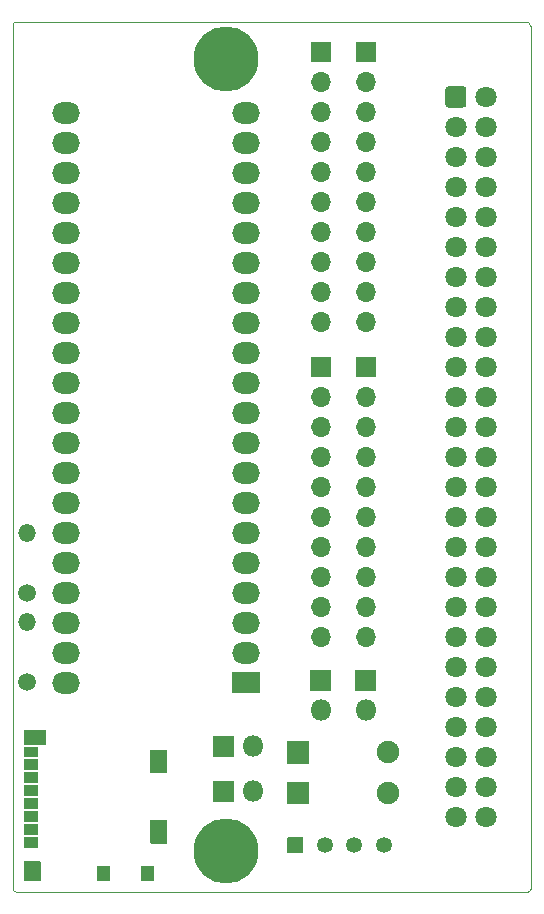
<source format=gts>
%TF.GenerationSoftware,KiCad,Pcbnew,(5.1.10-1-10_14)*%
%TF.CreationDate,2021-10-09T12:14:23-05:00*%
%TF.ProjectId,bluepill_scsi,626c7565-7069-46c6-9c5f-736373692e6b,rev?*%
%TF.SameCoordinates,Original*%
%TF.FileFunction,Soldermask,Top*%
%TF.FilePolarity,Negative*%
%FSLAX46Y46*%
G04 Gerber Fmt 4.6, Leading zero omitted, Abs format (unit mm)*
G04 Created by KiCad (PCBNEW (5.1.10-1-10_14)) date 2021-10-09 12:14:23*
%MOMM*%
%LPD*%
G01*
G04 APERTURE LIST*
%TA.AperFunction,Profile*%
%ADD10C,0.050000*%
%TD*%
%ADD11O,2.350000X1.827200*%
%ADD12C,1.800000*%
%ADD13O,1.800000X1.800000*%
%ADD14O,1.700000X1.700000*%
%ADD15C,1.350000*%
%ADD16O,1.900000X1.900000*%
%ADD17C,5.500000*%
%ADD18C,0.900000*%
%ADD19C,1.500000*%
%ADD20O,1.500000X1.500000*%
G04 APERTURE END LIST*
D10*
X125095000Y-169291000D02*
G75*
G02*
X124841000Y-169545000I-254000J0D01*
G01*
X81534000Y-169545000D02*
G75*
G02*
X81280000Y-169291000I0J254000D01*
G01*
X81280000Y-96139000D02*
G75*
G02*
X81534000Y-95885000I254000J0D01*
G01*
X124714000Y-95885000D02*
G75*
G02*
X125095000Y-96266000I0J-381000D01*
G01*
X81915000Y-169545000D02*
X81534000Y-169545000D01*
X81280000Y-168275000D02*
X81280000Y-169291000D01*
X124841000Y-169545000D02*
X81915000Y-169545000D01*
X125095000Y-168275000D02*
X125095000Y-169291000D01*
X124714000Y-95885000D02*
X81534000Y-95885000D01*
X125095000Y-168275000D02*
X125095000Y-96266000D01*
X81280000Y-168275000D02*
X81280000Y-96139000D01*
D11*
%TO.C,U1*%
X85725000Y-151866600D03*
X85725000Y-149275800D03*
X85725000Y-146735800D03*
X85725000Y-144195800D03*
X85725000Y-141655800D03*
X85725000Y-139115800D03*
X85725000Y-136575800D03*
X85725000Y-134035800D03*
X85725000Y-131495800D03*
X85725000Y-128955800D03*
X85725000Y-126415800D03*
X85725000Y-123875800D03*
X85725000Y-121335800D03*
X85725000Y-118795800D03*
X85725000Y-116255800D03*
X85725000Y-113715800D03*
X85725000Y-111175800D03*
X85725000Y-108635800D03*
X85725000Y-106095800D03*
X85725000Y-103555800D03*
X100965000Y-103555800D03*
X100965000Y-106095800D03*
X100965000Y-108635800D03*
X100965000Y-111175800D03*
X100965000Y-113715800D03*
X100965000Y-116255800D03*
X100965000Y-118795800D03*
X100965000Y-121335800D03*
X100965000Y-123875800D03*
X100965000Y-126415800D03*
X100965000Y-128955800D03*
X100965000Y-131495800D03*
X100965000Y-134035800D03*
X100965000Y-136575800D03*
X100965000Y-139115800D03*
X100965000Y-141655800D03*
X100965000Y-144195800D03*
X100965000Y-146735800D03*
X100965000Y-149275800D03*
G36*
G01*
X102090000Y-152729400D02*
X99840000Y-152729400D01*
G75*
G02*
X99790000Y-152679400I0J50000D01*
G01*
X99790000Y-150952200D01*
G75*
G02*
X99840000Y-150902200I50000J0D01*
G01*
X102090000Y-150902200D01*
G75*
G02*
X102140000Y-150952200I0J-50000D01*
G01*
X102140000Y-152679400D01*
G75*
G02*
X102090000Y-152729400I-50000J0D01*
G01*
G37*
%TD*%
D12*
%TO.C,J2*%
X121285000Y-163195000D03*
X121285000Y-160655000D03*
X121285000Y-158115000D03*
X121285000Y-155575000D03*
X121285000Y-153035000D03*
X121285000Y-150495000D03*
X121285000Y-147955000D03*
X121285000Y-145415000D03*
X121285000Y-142875000D03*
X121285000Y-140335000D03*
X121285000Y-137795000D03*
X121285000Y-135255000D03*
X121285000Y-132715000D03*
X121285000Y-130175000D03*
X121285000Y-127635000D03*
X121285000Y-125095000D03*
X121285000Y-122555000D03*
X121285000Y-120015000D03*
X121285000Y-117475000D03*
X121285000Y-114935000D03*
X121285000Y-112395000D03*
X121285000Y-109855000D03*
X121285000Y-107315000D03*
X121285000Y-104775000D03*
X121285000Y-102235000D03*
X118745000Y-163195000D03*
X118745000Y-160655000D03*
X118745000Y-158115000D03*
X118745000Y-155575000D03*
X118745000Y-153035000D03*
X118745000Y-150495000D03*
X118745000Y-147955000D03*
X118745000Y-145415000D03*
X118745000Y-142875000D03*
X118745000Y-140335000D03*
X118745000Y-137795000D03*
X118745000Y-135255000D03*
X118745000Y-132715000D03*
X118745000Y-130175000D03*
X118745000Y-127635000D03*
X118745000Y-125095000D03*
X118745000Y-122555000D03*
X118745000Y-120015000D03*
X118745000Y-117475000D03*
X118745000Y-114935000D03*
X118745000Y-112395000D03*
X118745000Y-109855000D03*
X118745000Y-107315000D03*
X118745000Y-104775000D03*
G36*
G01*
X117845000Y-102870295D02*
X117845000Y-101599705D01*
G75*
G02*
X118109705Y-101335000I264705J0D01*
G01*
X119380295Y-101335000D01*
G75*
G02*
X119645000Y-101599705I0J-264705D01*
G01*
X119645000Y-102870295D01*
G75*
G02*
X119380295Y-103135000I-264705J0D01*
G01*
X118109705Y-103135000D01*
G75*
G02*
X117845000Y-102870295I0J264705D01*
G01*
G37*
%TD*%
%TO.C,J5*%
G36*
G01*
X94274000Y-159495000D02*
X92924000Y-159495000D01*
G75*
G02*
X92874000Y-159445000I0J50000D01*
G01*
X92874000Y-157545000D01*
G75*
G02*
X92924000Y-157495000I50000J0D01*
G01*
X94274000Y-157495000D01*
G75*
G02*
X94324000Y-157545000I0J-50000D01*
G01*
X94324000Y-159445000D01*
G75*
G02*
X94274000Y-159495000I-50000J0D01*
G01*
G37*
G36*
G01*
X94274000Y-165465000D02*
X92924000Y-165465000D01*
G75*
G02*
X92874000Y-165415000I0J50000D01*
G01*
X92874000Y-163515000D01*
G75*
G02*
X92924000Y-163465000I50000J0D01*
G01*
X94274000Y-163465000D01*
G75*
G02*
X94324000Y-163515000I0J-50000D01*
G01*
X94324000Y-165415000D01*
G75*
G02*
X94274000Y-165465000I-50000J0D01*
G01*
G37*
G36*
G01*
X89424000Y-168615000D02*
X88424000Y-168615000D01*
G75*
G02*
X88374000Y-168565000I0J50000D01*
G01*
X88374000Y-167365000D01*
G75*
G02*
X88424000Y-167315000I50000J0D01*
G01*
X89424000Y-167315000D01*
G75*
G02*
X89474000Y-167365000I0J-50000D01*
G01*
X89474000Y-168565000D01*
G75*
G02*
X89424000Y-168615000I-50000J0D01*
G01*
G37*
G36*
G01*
X93124000Y-168615000D02*
X92124000Y-168615000D01*
G75*
G02*
X92074000Y-168565000I0J50000D01*
G01*
X92074000Y-167365000D01*
G75*
G02*
X92124000Y-167315000I50000J0D01*
G01*
X93124000Y-167315000D01*
G75*
G02*
X93174000Y-167365000I0J-50000D01*
G01*
X93174000Y-168565000D01*
G75*
G02*
X93124000Y-168615000I-50000J0D01*
G01*
G37*
G36*
G01*
X83574000Y-168615000D02*
X82224000Y-168615000D01*
G75*
G02*
X82174000Y-168565000I0J50000D01*
G01*
X82174000Y-167015000D01*
G75*
G02*
X82224000Y-166965000I50000J0D01*
G01*
X83574000Y-166965000D01*
G75*
G02*
X83624000Y-167015000I0J-50000D01*
G01*
X83624000Y-168565000D01*
G75*
G02*
X83574000Y-168615000I-50000J0D01*
G01*
G37*
G36*
G01*
X84024000Y-157105000D02*
X82224000Y-157105000D01*
G75*
G02*
X82174000Y-157055000I0J50000D01*
G01*
X82174000Y-155885000D01*
G75*
G02*
X82224000Y-155835000I50000J0D01*
G01*
X84024000Y-155835000D01*
G75*
G02*
X84074000Y-155885000I0J-50000D01*
G01*
X84074000Y-157055000D01*
G75*
G02*
X84024000Y-157105000I-50000J0D01*
G01*
G37*
G36*
G01*
X83324000Y-159205000D02*
X82224000Y-159205000D01*
G75*
G02*
X82174000Y-159155000I0J50000D01*
G01*
X82174000Y-158305000D01*
G75*
G02*
X82224000Y-158255000I50000J0D01*
G01*
X83324000Y-158255000D01*
G75*
G02*
X83374000Y-158305000I0J-50000D01*
G01*
X83374000Y-159155000D01*
G75*
G02*
X83324000Y-159205000I-50000J0D01*
G01*
G37*
G36*
G01*
X83324000Y-160305000D02*
X82224000Y-160305000D01*
G75*
G02*
X82174000Y-160255000I0J50000D01*
G01*
X82174000Y-159405000D01*
G75*
G02*
X82224000Y-159355000I50000J0D01*
G01*
X83324000Y-159355000D01*
G75*
G02*
X83374000Y-159405000I0J-50000D01*
G01*
X83374000Y-160255000D01*
G75*
G02*
X83324000Y-160305000I-50000J0D01*
G01*
G37*
G36*
G01*
X83324000Y-161405000D02*
X82224000Y-161405000D01*
G75*
G02*
X82174000Y-161355000I0J50000D01*
G01*
X82174000Y-160505000D01*
G75*
G02*
X82224000Y-160455000I50000J0D01*
G01*
X83324000Y-160455000D01*
G75*
G02*
X83374000Y-160505000I0J-50000D01*
G01*
X83374000Y-161355000D01*
G75*
G02*
X83324000Y-161405000I-50000J0D01*
G01*
G37*
G36*
G01*
X83324000Y-162505000D02*
X82224000Y-162505000D01*
G75*
G02*
X82174000Y-162455000I0J50000D01*
G01*
X82174000Y-161605000D01*
G75*
G02*
X82224000Y-161555000I50000J0D01*
G01*
X83324000Y-161555000D01*
G75*
G02*
X83374000Y-161605000I0J-50000D01*
G01*
X83374000Y-162455000D01*
G75*
G02*
X83324000Y-162505000I-50000J0D01*
G01*
G37*
G36*
G01*
X83324000Y-163605000D02*
X82224000Y-163605000D01*
G75*
G02*
X82174000Y-163555000I0J50000D01*
G01*
X82174000Y-162705000D01*
G75*
G02*
X82224000Y-162655000I50000J0D01*
G01*
X83324000Y-162655000D01*
G75*
G02*
X83374000Y-162705000I0J-50000D01*
G01*
X83374000Y-163555000D01*
G75*
G02*
X83324000Y-163605000I-50000J0D01*
G01*
G37*
G36*
G01*
X83324000Y-164705000D02*
X82224000Y-164705000D01*
G75*
G02*
X82174000Y-164655000I0J50000D01*
G01*
X82174000Y-163805000D01*
G75*
G02*
X82224000Y-163755000I50000J0D01*
G01*
X83324000Y-163755000D01*
G75*
G02*
X83374000Y-163805000I0J-50000D01*
G01*
X83374000Y-164655000D01*
G75*
G02*
X83324000Y-164705000I-50000J0D01*
G01*
G37*
G36*
G01*
X83324000Y-158105000D02*
X82224000Y-158105000D01*
G75*
G02*
X82174000Y-158055000I0J50000D01*
G01*
X82174000Y-157305000D01*
G75*
G02*
X82224000Y-157255000I50000J0D01*
G01*
X83324000Y-157255000D01*
G75*
G02*
X83374000Y-157305000I0J-50000D01*
G01*
X83374000Y-158055000D01*
G75*
G02*
X83324000Y-158105000I-50000J0D01*
G01*
G37*
G36*
G01*
X83324000Y-165805000D02*
X82224000Y-165805000D01*
G75*
G02*
X82174000Y-165755000I0J50000D01*
G01*
X82174000Y-164905000D01*
G75*
G02*
X82224000Y-164855000I50000J0D01*
G01*
X83324000Y-164855000D01*
G75*
G02*
X83374000Y-164905000I0J-50000D01*
G01*
X83374000Y-165755000D01*
G75*
G02*
X83324000Y-165805000I-50000J0D01*
G01*
G37*
%TD*%
%TO.C,JP1*%
G36*
G01*
X110225000Y-152488000D02*
X110225000Y-150788000D01*
G75*
G02*
X110275000Y-150738000I50000J0D01*
G01*
X111975000Y-150738000D01*
G75*
G02*
X112025000Y-150788000I0J-50000D01*
G01*
X112025000Y-152488000D01*
G75*
G02*
X111975000Y-152538000I-50000J0D01*
G01*
X110275000Y-152538000D01*
G75*
G02*
X110225000Y-152488000I0J50000D01*
G01*
G37*
D13*
X111125000Y-154178000D03*
%TD*%
%TO.C,JP2*%
X107315000Y-154178000D03*
G36*
G01*
X106415000Y-152488000D02*
X106415000Y-150788000D01*
G75*
G02*
X106465000Y-150738000I50000J0D01*
G01*
X108165000Y-150738000D01*
G75*
G02*
X108215000Y-150788000I0J-50000D01*
G01*
X108215000Y-152488000D01*
G75*
G02*
X108165000Y-152538000I-50000J0D01*
G01*
X106465000Y-152538000D01*
G75*
G02*
X106415000Y-152488000I0J50000D01*
G01*
G37*
%TD*%
%TO.C,RN1*%
G36*
G01*
X106515000Y-97575000D02*
X108115000Y-97575000D01*
G75*
G02*
X108165000Y-97625000I0J-50000D01*
G01*
X108165000Y-99225000D01*
G75*
G02*
X108115000Y-99275000I-50000J0D01*
G01*
X106515000Y-99275000D01*
G75*
G02*
X106465000Y-99225000I0J50000D01*
G01*
X106465000Y-97625000D01*
G75*
G02*
X106515000Y-97575000I50000J0D01*
G01*
G37*
D14*
X107315000Y-100965000D03*
X107315000Y-103505000D03*
X107315000Y-106045000D03*
X107315000Y-108585000D03*
X107315000Y-111125000D03*
X107315000Y-113665000D03*
X107315000Y-116205000D03*
X107315000Y-118745000D03*
X107315000Y-121285000D03*
%TD*%
%TO.C,RN2*%
G36*
G01*
X110325000Y-97575000D02*
X111925000Y-97575000D01*
G75*
G02*
X111975000Y-97625000I0J-50000D01*
G01*
X111975000Y-99225000D01*
G75*
G02*
X111925000Y-99275000I-50000J0D01*
G01*
X110325000Y-99275000D01*
G75*
G02*
X110275000Y-99225000I0J50000D01*
G01*
X110275000Y-97625000D01*
G75*
G02*
X110325000Y-97575000I50000J0D01*
G01*
G37*
X111125000Y-100965000D03*
X111125000Y-103505000D03*
X111125000Y-106045000D03*
X111125000Y-108585000D03*
X111125000Y-111125000D03*
X111125000Y-113665000D03*
X111125000Y-116205000D03*
X111125000Y-118745000D03*
X111125000Y-121285000D03*
%TD*%
%TO.C,RN3*%
X107315000Y-147955000D03*
X107315000Y-145415000D03*
X107315000Y-142875000D03*
X107315000Y-140335000D03*
X107315000Y-137795000D03*
X107315000Y-135255000D03*
X107315000Y-132715000D03*
X107315000Y-130175000D03*
X107315000Y-127635000D03*
G36*
G01*
X106515000Y-124245000D02*
X108115000Y-124245000D01*
G75*
G02*
X108165000Y-124295000I0J-50000D01*
G01*
X108165000Y-125895000D01*
G75*
G02*
X108115000Y-125945000I-50000J0D01*
G01*
X106515000Y-125945000D01*
G75*
G02*
X106465000Y-125895000I0J50000D01*
G01*
X106465000Y-124295000D01*
G75*
G02*
X106515000Y-124245000I50000J0D01*
G01*
G37*
%TD*%
%TO.C,RN4*%
X111125000Y-147955000D03*
X111125000Y-145415000D03*
X111125000Y-142875000D03*
X111125000Y-140335000D03*
X111125000Y-137795000D03*
X111125000Y-135255000D03*
X111125000Y-132715000D03*
X111125000Y-130175000D03*
X111125000Y-127635000D03*
G36*
G01*
X110325000Y-124245000D02*
X111925000Y-124245000D01*
G75*
G02*
X111975000Y-124295000I0J-50000D01*
G01*
X111975000Y-125895000D01*
G75*
G02*
X111925000Y-125945000I-50000J0D01*
G01*
X110325000Y-125945000D01*
G75*
G02*
X110275000Y-125895000I0J50000D01*
G01*
X110275000Y-124295000D01*
G75*
G02*
X110325000Y-124245000I50000J0D01*
G01*
G37*
%TD*%
%TO.C,J1*%
G36*
G01*
X104481000Y-166233000D02*
X104481000Y-164983000D01*
G75*
G02*
X104531000Y-164933000I50000J0D01*
G01*
X105781000Y-164933000D01*
G75*
G02*
X105831000Y-164983000I0J-50000D01*
G01*
X105831000Y-166233000D01*
G75*
G02*
X105781000Y-166283000I-50000J0D01*
G01*
X104531000Y-166283000D01*
G75*
G02*
X104481000Y-166233000I0J50000D01*
G01*
G37*
D15*
X107656000Y-165608000D03*
X110156000Y-165608000D03*
X112656000Y-165608000D03*
%TD*%
%TO.C,D4*%
G36*
G01*
X104460000Y-162063000D02*
X104460000Y-160263000D01*
G75*
G02*
X104510000Y-160213000I50000J0D01*
G01*
X106310000Y-160213000D01*
G75*
G02*
X106360000Y-160263000I0J-50000D01*
G01*
X106360000Y-162063000D01*
G75*
G02*
X106310000Y-162113000I-50000J0D01*
G01*
X104510000Y-162113000D01*
G75*
G02*
X104460000Y-162063000I0J50000D01*
G01*
G37*
D16*
X113030000Y-161163000D03*
%TD*%
%TO.C,D5*%
X113030000Y-157734000D03*
G36*
G01*
X104460000Y-158634000D02*
X104460000Y-156834000D01*
G75*
G02*
X104510000Y-156784000I50000J0D01*
G01*
X106310000Y-156784000D01*
G75*
G02*
X106360000Y-156834000I0J-50000D01*
G01*
X106360000Y-158634000D01*
G75*
G02*
X106310000Y-158684000I-50000J0D01*
G01*
X104510000Y-158684000D01*
G75*
G02*
X104460000Y-158634000I0J50000D01*
G01*
G37*
%TD*%
D17*
%TO.C,H1*%
X99314000Y-99060000D03*
D18*
X101339000Y-99060000D03*
X100745891Y-100491891D03*
X99314000Y-101085000D03*
X97882109Y-100491891D03*
X97289000Y-99060000D03*
X97882109Y-97628109D03*
X99314000Y-97035000D03*
X100745891Y-97628109D03*
%TD*%
D17*
%TO.C,H2*%
X99314000Y-166116000D03*
D18*
X101339000Y-166116000D03*
X100745891Y-167547891D03*
X99314000Y-168141000D03*
X97882109Y-167547891D03*
X97289000Y-166116000D03*
X97882109Y-164684109D03*
X99314000Y-164091000D03*
X100745891Y-164684109D03*
%TD*%
D19*
%TO.C,R2*%
X82423000Y-144272000D03*
D20*
X82423000Y-139192000D03*
%TD*%
%TO.C,R1*%
X82423000Y-146685000D03*
D19*
X82423000Y-151765000D03*
%TD*%
%TO.C,J3*%
G36*
G01*
X99910000Y-158126000D02*
X98210000Y-158126000D01*
G75*
G02*
X98160000Y-158076000I0J50000D01*
G01*
X98160000Y-156376000D01*
G75*
G02*
X98210000Y-156326000I50000J0D01*
G01*
X99910000Y-156326000D01*
G75*
G02*
X99960000Y-156376000I0J-50000D01*
G01*
X99960000Y-158076000D01*
G75*
G02*
X99910000Y-158126000I-50000J0D01*
G01*
G37*
D13*
X101600000Y-157226000D03*
%TD*%
%TO.C,J4*%
X101600000Y-161036000D03*
G36*
G01*
X99910000Y-161936000D02*
X98210000Y-161936000D01*
G75*
G02*
X98160000Y-161886000I0J50000D01*
G01*
X98160000Y-160186000D01*
G75*
G02*
X98210000Y-160136000I50000J0D01*
G01*
X99910000Y-160136000D01*
G75*
G02*
X99960000Y-160186000I0J-50000D01*
G01*
X99960000Y-161886000D01*
G75*
G02*
X99910000Y-161936000I-50000J0D01*
G01*
G37*
%TD*%
M02*

</source>
